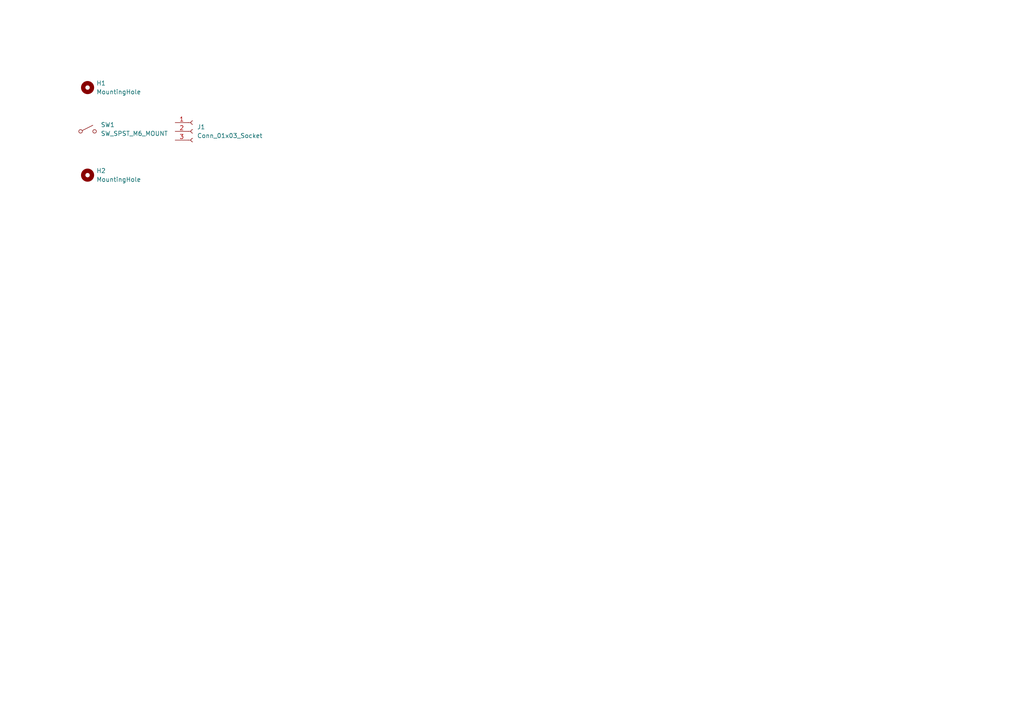
<source format=kicad_sch>
(kicad_sch (version 20231120) (generator "eeschema") (generator_version "8.0")
  (paper "A4")
  (lib_symbols
    (symbol "Connector:Conn_01x03_Socket" (pin_names (offset 1.016) hide)
      (property "Reference" "J" (at 0 5.08 0))
      (property "Value" "Conn_01x03_Socket" (at 0 -5.08 0))
      (symbol "Conn_01x03_Socket_1_1"
        (arc (start 0 -2.032) (mid -0.5058 -2.54) (end 0 -3.048) (stroke (width 0.1524)))
        (polyline (pts (xy -1.27 -2.54) (xy -0.508 -2.54)) (stroke (width 0.1524)))
        (polyline (pts (xy -1.27 0) (xy -0.508 0)) (stroke (width 0.1524)))
        (polyline (pts (xy -1.27 2.54) (xy -0.508 2.54)) (stroke (width 0.1524)))
        (arc (start 0 0.508) (mid -0.5058 0) (end 0 -0.508) (stroke (width 0.1524)))
        (arc (start 0 3.048) (mid -0.5058 2.54) (end 0 2.032) (stroke (width 0.1524)))
        (pin passive line (at -5.08 2.54 0) (length 3.81) (name "Pin_1") (number "1"))
        (pin passive line (at -5.08 0 0) (length 3.81) (name "Pin_2") (number "2"))
        (pin passive line (at -5.08 -2.54 0) (length 3.81) (name "Pin_3") (number "3"))
      )
    )
    (symbol "EXC:SW_SPDT-M6_Panel_Mount" (pin_names (offset 0) hide)
      (property "Reference" "SW" (at 0 3.175 0))
      (property "Value" "SW_SPST_M6_MOUNT" (at 0 -2.032 0))
      (symbol "SW_SPDT-M6_Panel_Mount_0_0"
        (circle (center -2.032 0) (radius 0.508))
        (polyline (pts (xy -1.524 0.254) (xy 1.524 1.778)))
        (circle (center 2.032 0) (radius 0.508))
      )
    )
    (symbol "Mechanical:MountingHole" (pin_names (offset 1.016)) (exclude_from_sim yes) (in_bom no)
      (property "Reference" "H" (at 0 5.08 0))
      (property "Value" "MountingHole" (at 0 3.175 0))
      (symbol "MountingHole_0_1"
        (circle (center 0 0) (radius 1.27) (stroke (width 1.27)))
      )
    )
  )
  (symbol (lib_id "Connector:Conn_01x03_Socket") (at 55.88 38.1 0) (unit 1)
    (property "Reference" "J1" (at 57.15 36.8299 0) (effects (justify left)))
    (property "Value" "Conn_01x03_Socket" (at 57.15 39.3699 0) (effects (justify left)))
    (property "Footprint" "Connector_PinSocket_2.54mm:PinSocket_1x03_P2.54mm_Vertical" (effects (hide yes)))
    (property "Description" "Generic connector, single row, 01x03, script generated" (effects (hide yes)))
  )
  (symbol (lib_id "Mechanical:MountingHole") (at 25.4 50.8 0) (unit 1) (exclude_from_sim yes) (in_bom no)
    (property "Reference" "H2" (at 27.94 49.5299 0) (effects (justify left)))
    (property "Value" "MountingHole" (at 27.94 52.0699 0) (effects (justify left)))
    (property "Footprint" "MountingHole:MountingHole_3.2mm_M3" (effects (hide yes)))
    (property "Description" "Mounting Hole without connection" (effects (hide yes)))
  )
  (symbol (lib_id "Mechanical:MountingHole") (at 25.4 25.4 0) (unit 1) (exclude_from_sim yes) (in_bom no)
    (property "Reference" "H1" (at 27.94 24.1299 0) (effects (justify left)))
    (property "Value" "MountingHole" (at 27.94 26.6699 0) (effects (justify left)))
    (property "Footprint" "MountingHole:MountingHole_3.2mm_M3" (effects (hide yes)))
    (property "Description" "Mounting Hole without connection" (effects (hide yes)))
  )
  (symbol (lib_id "EXC:SW_SPDT-M6_Panel_Mount") (at 25.4 38.1 0) (unit 1)
    (property "Reference" "SW1" (at 29.21 36.1949 0) (effects (justify left)))
    (property "Value" "SW_SPST_M6_MOUNT" (at 29.21 38.7349 0) (effects (justify left)))
    (property "Footprint" "EXC:SW_SPDT_M6_Panel_Mount" (effects (hide yes)))
    (property "Datasheet" "https://cdn-shop.adafruit.com/product-files/3221/singe_blue_switch_diagram.jpg" (effects (hide yes)))
    (property "Description" "Single Pole Dual-Throw (SPDT) M6 panel-mount switch" (effects (hide yes)))
    (property "Source" "https://www.adafruit.com/product/3221" (effects (hide yes)))
  )
)
</source>
